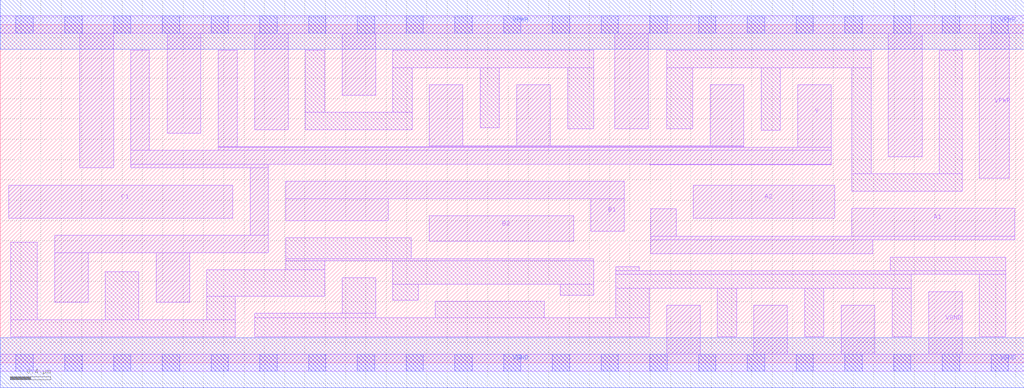
<source format=lef>
# Copyright 2020 The SkyWater PDK Authors
#
# Licensed under the Apache License, Version 2.0 (the "License");
# you may not use this file except in compliance with the License.
# You may obtain a copy of the License at
#
#     https://www.apache.org/licenses/LICENSE-2.0
#
# Unless required by applicable law or agreed to in writing, software
# distributed under the License is distributed on an "AS IS" BASIS,
# WITHOUT WARRANTIES OR CONDITIONS OF ANY KIND, either express or implied.
# See the License for the specific language governing permissions and
# limitations under the License.
#
# SPDX-License-Identifier: Apache-2.0

VERSION 5.7 ;
  NAMESCASESENSITIVE ON ;
  NOWIREEXTENSIONATPIN ON ;
  DIVIDERCHAR "/" ;
  BUSBITCHARS "[]" ;
UNITS
  DATABASE MICRONS 200 ;
END UNITS
MACRO sky130_fd_sc_lp__o221ai_4
  CLASS CORE ;
  SOURCE USER ;
  FOREIGN sky130_fd_sc_lp__o221ai_4 ;
  ORIGIN  0.000000  0.000000 ;
  SIZE  10.08000 BY  3.330000 ;
  SYMMETRY X Y R90 ;
  SITE unit ;
  PIN A1
    ANTENNAGATEAREA  1.260000 ;
    DIRECTION INPUT ;
    USE SIGNAL ;
    PORT
      LAYER li1 ;
        RECT 6.405000 1.075000 8.590000 1.210000 ;
        RECT 6.405000 1.210000 9.990000 1.245000 ;
        RECT 6.405000 1.245000 6.655000 1.515000 ;
        RECT 8.385000 1.245000 9.990000 1.520000 ;
    END
  END A1
  PIN A2
    ANTENNAGATEAREA  1.260000 ;
    DIRECTION INPUT ;
    USE SIGNAL ;
    PORT
      LAYER li1 ;
        RECT 6.825000 1.425000 8.215000 1.750000 ;
    END
  END A2
  PIN B1
    ANTENNAGATEAREA  1.260000 ;
    DIRECTION INPUT ;
    USE SIGNAL ;
    PORT
      LAYER li1 ;
        RECT 2.810000 1.400000 3.820000 1.615000 ;
        RECT 2.810000 1.615000 6.145000 1.785000 ;
        RECT 5.815000 1.295000 6.145000 1.615000 ;
    END
  END B1
  PIN B2
    ANTENNAGATEAREA  1.260000 ;
    DIRECTION INPUT ;
    USE SIGNAL ;
    PORT
      LAYER li1 ;
        RECT 4.225000 1.195000 5.645000 1.445000 ;
    END
  END B2
  PIN C1
    ANTENNAGATEAREA  1.260000 ;
    DIRECTION INPUT ;
    USE SIGNAL ;
    PORT
      LAYER li1 ;
        RECT 0.085000 1.425000 2.290000 1.750000 ;
    END
  END C1
  PIN Y
    ANTENNADIFFAREA  2.654400 ;
    DIRECTION OUTPUT ;
    USE SIGNAL ;
    PORT
      LAYER li1 ;
        RECT 0.535000 0.595000 0.865000 1.085000 ;
        RECT 0.535000 1.085000 2.640000 1.255000 ;
        RECT 1.285000 1.920000 2.640000 1.955000 ;
        RECT 1.285000 1.955000 8.180000 2.090000 ;
        RECT 1.285000 2.090000 1.465000 3.075000 ;
        RECT 1.535000 0.595000 1.865000 1.085000 ;
        RECT 2.145000 2.090000 8.180000 2.120000 ;
        RECT 2.145000 2.120000 7.320000 2.125000 ;
        RECT 2.145000 2.125000 2.335000 3.075000 ;
        RECT 2.460000 1.255000 2.640000 1.920000 ;
        RECT 4.225000 2.125000 7.320000 2.135000 ;
        RECT 4.225000 2.135000 4.555000 2.735000 ;
        RECT 5.085000 2.135000 5.415000 2.735000 ;
        RECT 6.395000 1.950000 8.180000 1.955000 ;
        RECT 6.990000 2.135000 7.320000 2.735000 ;
        RECT 7.850000 2.120000 8.180000 2.735000 ;
    END
  END Y
  PIN VGND
    DIRECTION INOUT ;
    USE GROUND ;
    PORT
      LAYER li1 ;
        RECT 0.000000 -0.085000 10.080000 0.085000 ;
        RECT 6.560000  0.085000  6.890000 0.565000 ;
        RECT 7.420000  0.085000  7.750000 0.565000 ;
        RECT 8.280000  0.085000  8.610000 0.565000 ;
        RECT 9.140000  0.085000  9.470000 0.700000 ;
      LAYER mcon ;
        RECT 0.155000 -0.085000 0.325000 0.085000 ;
        RECT 0.635000 -0.085000 0.805000 0.085000 ;
        RECT 1.115000 -0.085000 1.285000 0.085000 ;
        RECT 1.595000 -0.085000 1.765000 0.085000 ;
        RECT 2.075000 -0.085000 2.245000 0.085000 ;
        RECT 2.555000 -0.085000 2.725000 0.085000 ;
        RECT 3.035000 -0.085000 3.205000 0.085000 ;
        RECT 3.515000 -0.085000 3.685000 0.085000 ;
        RECT 3.995000 -0.085000 4.165000 0.085000 ;
        RECT 4.475000 -0.085000 4.645000 0.085000 ;
        RECT 4.955000 -0.085000 5.125000 0.085000 ;
        RECT 5.435000 -0.085000 5.605000 0.085000 ;
        RECT 5.915000 -0.085000 6.085000 0.085000 ;
        RECT 6.395000 -0.085000 6.565000 0.085000 ;
        RECT 6.875000 -0.085000 7.045000 0.085000 ;
        RECT 7.355000 -0.085000 7.525000 0.085000 ;
        RECT 7.835000 -0.085000 8.005000 0.085000 ;
        RECT 8.315000 -0.085000 8.485000 0.085000 ;
        RECT 8.795000 -0.085000 8.965000 0.085000 ;
        RECT 9.275000 -0.085000 9.445000 0.085000 ;
        RECT 9.755000 -0.085000 9.925000 0.085000 ;
      LAYER met1 ;
        RECT 0.000000 -0.245000 10.080000 0.245000 ;
    END
  END VGND
  PIN VPWR
    DIRECTION INOUT ;
    USE POWER ;
    PORT
      LAYER li1 ;
        RECT 0.000000 3.245000 10.080000 3.415000 ;
        RECT 0.785000 1.920000  1.115000 3.245000 ;
        RECT 1.645000 2.260000  1.975000 3.245000 ;
        RECT 2.505000 2.295000  2.835000 3.245000 ;
        RECT 3.365000 2.635000  3.695000 3.245000 ;
        RECT 6.050000 2.305000  6.380000 3.245000 ;
        RECT 8.745000 2.030000  9.075000 3.245000 ;
        RECT 9.640000 1.815000  9.935000 3.245000 ;
      LAYER mcon ;
        RECT 0.155000 3.245000 0.325000 3.415000 ;
        RECT 0.635000 3.245000 0.805000 3.415000 ;
        RECT 1.115000 3.245000 1.285000 3.415000 ;
        RECT 1.595000 3.245000 1.765000 3.415000 ;
        RECT 2.075000 3.245000 2.245000 3.415000 ;
        RECT 2.555000 3.245000 2.725000 3.415000 ;
        RECT 3.035000 3.245000 3.205000 3.415000 ;
        RECT 3.515000 3.245000 3.685000 3.415000 ;
        RECT 3.995000 3.245000 4.165000 3.415000 ;
        RECT 4.475000 3.245000 4.645000 3.415000 ;
        RECT 4.955000 3.245000 5.125000 3.415000 ;
        RECT 5.435000 3.245000 5.605000 3.415000 ;
        RECT 5.915000 3.245000 6.085000 3.415000 ;
        RECT 6.395000 3.245000 6.565000 3.415000 ;
        RECT 6.875000 3.245000 7.045000 3.415000 ;
        RECT 7.355000 3.245000 7.525000 3.415000 ;
        RECT 7.835000 3.245000 8.005000 3.415000 ;
        RECT 8.315000 3.245000 8.485000 3.415000 ;
        RECT 8.795000 3.245000 8.965000 3.415000 ;
        RECT 9.275000 3.245000 9.445000 3.415000 ;
        RECT 9.755000 3.245000 9.925000 3.415000 ;
      LAYER met1 ;
        RECT 0.000000 3.085000 10.080000 3.575000 ;
    END
  END VPWR
  OBS
    LAYER li1 ;
      RECT 0.105000 0.255000 2.315000 0.425000 ;
      RECT 0.105000 0.425000 0.365000 1.185000 ;
      RECT 1.035000 0.425000 1.365000 0.895000 ;
      RECT 2.035000 0.425000 2.315000 0.655000 ;
      RECT 2.035000 0.655000 3.195000 0.915000 ;
      RECT 2.505000 0.255000 6.390000 0.445000 ;
      RECT 2.505000 0.445000 3.695000 0.485000 ;
      RECT 2.810000 0.915000 3.195000 1.005000 ;
      RECT 2.810000 1.005000 5.845000 1.025000 ;
      RECT 2.810000 1.025000 4.045000 1.230000 ;
      RECT 3.005000 2.295000 4.055000 2.465000 ;
      RECT 3.005000 2.465000 3.195000 3.075000 ;
      RECT 3.365000 0.485000 3.695000 0.835000 ;
      RECT 3.865000 0.615000 4.115000 0.775000 ;
      RECT 3.865000 0.775000 5.845000 1.005000 ;
      RECT 3.865000 2.465000 4.055000 2.905000 ;
      RECT 3.865000 2.905000 5.845000 3.075000 ;
      RECT 4.285000 0.445000 5.355000 0.605000 ;
      RECT 4.725000 2.315000 4.915000 2.905000 ;
      RECT 5.515000 0.665000 5.845000 0.775000 ;
      RECT 5.585000 2.305000 5.845000 2.905000 ;
      RECT 6.060000 0.445000 6.390000 0.735000 ;
      RECT 6.060000 0.735000 8.970000 0.870000 ;
      RECT 6.060000 0.870000 9.900000 0.905000 ;
      RECT 6.060000 0.905000 6.290000 0.945000 ;
      RECT 6.560000 2.305000 6.820000 2.905000 ;
      RECT 6.560000 2.905000 8.575000 3.075000 ;
      RECT 7.060000 0.255000 7.250000 0.735000 ;
      RECT 7.490000 2.290000 7.680000 2.905000 ;
      RECT 7.920000 0.255000 8.110000 0.735000 ;
      RECT 8.385000 1.690000 9.470000 1.860000 ;
      RECT 8.385000 1.860000 8.575000 2.905000 ;
      RECT 8.760000 0.905000 9.900000 1.040000 ;
      RECT 8.780000 0.255000 8.970000 0.735000 ;
      RECT 9.245000 1.860000 9.470000 3.075000 ;
      RECT 9.640000 0.255000 9.900000 0.870000 ;
  END
END sky130_fd_sc_lp__o221ai_4

</source>
